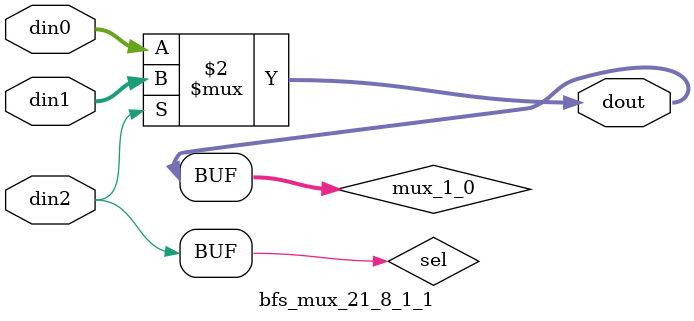
<source format=v>

`timescale 1ns/1ps

module bfs_mux_21_8_1_1 #(
parameter
    ID                = 0,
    NUM_STAGE         = 1,
    din0_WIDTH       = 32,
    din1_WIDTH       = 32,
    din2_WIDTH         = 32,
    dout_WIDTH            = 32
)(
    input  [7 : 0]     din0,
    input  [7 : 0]     din1,
    input  [0 : 0]    din2,
    output [7 : 0]   dout);

// puts internal signals
wire [0 : 0]     sel;
// level 1 signals
wire [7 : 0]         mux_1_0;

assign sel = din2;

// Generate level 1 logic
assign mux_1_0 = (sel[0] == 0)? din0 : din1;

// output logic
assign dout = mux_1_0;

endmodule

</source>
